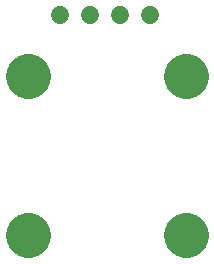
<source format=gbs>
G04 ( created by brdgerber.py ( brdgerber.py v0.1 2014-03-12 ) ) date 2020-10-03 00:10:21 EDT*
G04 Gerber Fmt 3.4, Leading zero omitted, Abs format*
%MOIN*%
%FSLAX34Y34*%
G01*
G70*
G90*
G04 APERTURE LIST*
%ADD10C,0.1500*%
%ADD11R,0.0866X0.0236*%
%ADD13C,0.0600*%
%ADD12R,0.0709X0.0629*%
G04 APERTURE END LIST*
G54D10*
D10*
G01X-30505Y14045D02*
G01X-30505Y14045D01*
D10*
G01X-35795Y14045D02*
G01X-35795Y14045D01*
D10*
G01X-35795Y08755D02*
G01X-35795Y08755D01*
D10*
G01X-30505Y08755D02*
G01X-30505Y08755D01*
D13*
G01X-34700Y16100D02*
G01X-34700Y16100D01*
D13*
G01X-33700Y16100D02*
G01X-33700Y16100D01*
D13*
G01X-32700Y16100D02*
G01X-32700Y16100D01*
D13*
G01X-31700Y16100D02*
G01X-31700Y16100D01*
M02*

</source>
